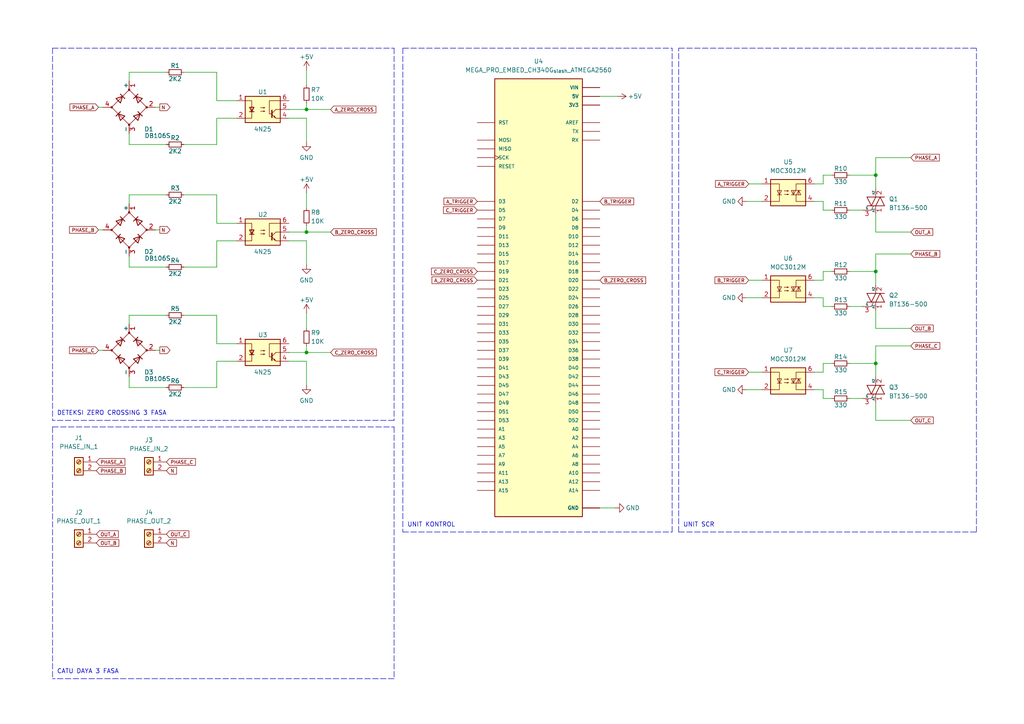
<source format=kicad_sch>
(kicad_sch (version 20211123) (generator eeschema)
  (paper "A4")
  (lib_symbols
    (symbol "Connector:Screw_Terminal_01x02" (pin_names (offset 1.016) hide)
      (property "Reference" "J" (at 0 2.54 0))
      (property "Value" "Screw_Terminal_01x02" (at 0 -5.08 0))
      (symbol "Screw_Terminal_01x02_1_1"
        (rectangle (start -1.27 1.27) (end 1.27 -3.81) (stroke (width 0.254)) (fill (type background)))
        (circle (center 0 -2.54) (radius 0.635) (stroke (width 0.1524)))
        (polyline (pts (xy -0.5334 -2.2098) (xy 0.3302 -3.048)) (stroke (width 0.1524)))
        (polyline (pts (xy -0.5334 0.3302) (xy 0.3302 -0.508)) (stroke (width 0.1524)))
        (polyline (pts (xy -0.3556 -2.032) (xy 0.508 -2.8702)) (stroke (width 0.1524)))
        (polyline (pts (xy -0.3556 0.508) (xy 0.508 -0.3302)) (stroke (width 0.1524)))
        (circle (center 0 0) (radius 0.635) (stroke (width 0.1524)))
        (pin passive line (at -5.08 0 0) (length 3.81) (name "Pin_1") (number "1"))
        (pin passive line (at -5.08 -2.54 0) (length 3.81) (name "Pin_2") (number "2"))
      )
    )
    (symbol "Device:D_Bridge_+A-A" (pin_names (offset 0))
      (property "Reference" "D" (at 2.54 6.985 0))
      (property "Value" "D_Bridge_+A-A" (at 2.54 5.08 0))
      (symbol "D_Bridge_+A-A_0_1"
        (circle (center -5.08 0) (radius 0.254) (fill (type outline)))
        (circle (center 0 -5.08) (radius 0.254) (fill (type outline)))
        (polyline (pts (xy -2.54 3.81) (xy -1.27 2.54)) (stroke (width 0.254)))
        (polyline (pts (xy -1.27 -2.54) (xy -2.54 -3.81)) (stroke (width 0.254)))
        (polyline (pts (xy 2.54 -1.27) (xy 3.81 -2.54)) (stroke (width 0.254)))
        (polyline (pts (xy 2.54 1.27) (xy 3.81 2.54)) (stroke (width 0.254)))
        (polyline (pts (xy -3.81 2.54) (xy -2.54 1.27) (xy -1.905 3.175) (xy -3.81 2.54)) (stroke (width 0.254)))
        (polyline (pts (xy -2.54 -1.27) (xy -3.81 -2.54) (xy -1.905 -3.175) (xy -2.54 -1.27)) (stroke (width 0.254)))
        (polyline (pts (xy 1.27 2.54) (xy 2.54 3.81) (xy 3.175 1.905) (xy 1.27 2.54)) (stroke (width 0.254)))
        (polyline (pts (xy 3.175 -1.905) (xy 1.27 -2.54) (xy 2.54 -3.81) (xy 3.175 -1.905)) (stroke (width 0.254)))
        (polyline (pts (xy -5.08 0) (xy 0 -5.08) (xy 5.08 0) (xy 0 5.08) (xy -5.08 0)))
        (circle (center 0 5.08) (radius 0.254) (fill (type outline)))
        (circle (center 5.08 0) (radius 0.254) (fill (type outline)))
      )
      (symbol "D_Bridge_+A-A_1_1"
        (pin passive line (at 7.62 0 180) (length 2.54) (name "+") (number "1"))
        (pin passive line (at 0 -7.62 90) (length 2.54) (name "~") (number "2"))
        (pin passive line (at -7.62 0 0) (length 2.54) (name "-") (number "3"))
        (pin passive line (at 0 7.62 270) (length 2.54) (name "~") (number "4"))
      )
    )
    (symbol "Device:R_Small" (pin_numbers hide) (pin_names (offset 0.254) hide)
      (property "Reference" "R" (at 0.762 0.508 0))
      (property "Value" "R_Small" (at 0.762 -1.016 0))
      (symbol "R_Small_0_1"
        (rectangle (start -0.762 1.778) (end 0.762 -1.778) (stroke (width 0.2032)))
      )
      (symbol "R_Small_1_1"
        (pin passive line (at 0 2.54 270) (length 0.762) (name "~") (number "1"))
        (pin passive line (at 0 -2.54 90) (length 0.762) (name "~") (number "2"))
      )
    )
    (symbol "Isolator:4N25" (pin_names (offset 1.016))
      (property "Reference" "U" (at -5.08 5.08 0))
      (property "Value" "4N25" (at 0 5.08 0))
      (symbol "4N25_0_1"
        (rectangle (start -5.08 3.81) (end 5.08 -3.81) (stroke (width 0.254)) (fill (type background)))
        (polyline (pts (xy -3.81 -0.635) (xy -2.54 -0.635)) (stroke (width 0.254)))
        (polyline (pts (xy 2.667 -1.397) (xy 3.81 -2.54)))
        (polyline (pts (xy 2.667 -1.143) (xy 3.81 0)))
        (polyline (pts (xy 3.81 -2.54) (xy 5.08 -2.54)))
        (polyline (pts (xy 3.81 0) (xy 5.08 0)))
        (polyline (pts (xy 2.667 -0.254) (xy 2.667 -2.286) (xy 2.667 -2.286)) (stroke (width 0.3556)))
        (polyline (pts (xy -5.08 -2.54) (xy -3.175 -2.54) (xy -3.175 2.54) (xy -5.08 2.54)))
        (polyline (pts (xy -3.175 -0.635) (xy -3.81 0.635) (xy -2.54 0.635) (xy -3.175 -0.635)) (stroke (width 0.254)))
        (polyline (pts (xy 3.683 -2.413) (xy 3.429 -1.905) (xy 3.175 -2.159) (xy 3.683 -2.413)))
        (polyline (pts (xy 5.08 2.54) (xy 1.905 2.54) (xy 1.905 -1.27) (xy 2.54 -1.27)))
        (polyline (pts (xy -0.635 -0.508) (xy 0.635 -0.508) (xy 0.254 -0.635) (xy 0.254 -0.381) (xy 0.635 -0.508)))
        (polyline (pts (xy -0.635 0.508) (xy 0.635 0.508) (xy 0.254 0.381) (xy 0.254 0.635) (xy 0.635 0.508)))
      )
      (symbol "4N25_1_1"
        (pin passive line (at -7.62 2.54 0) (length 2.54) (name "~") (number "1"))
        (pin passive line (at -7.62 -2.54 0) (length 2.54) (name "~") (number "2"))
        (pin no_connect line (at -5.08 0 0) (length 2.54) hide (name "NC") (number "3"))
        (pin passive line (at 7.62 -2.54 180) (length 2.54) (name "~") (number "4"))
        (pin passive line (at 7.62 0 180) (length 2.54) (name "~") (number "5"))
        (pin passive line (at 7.62 2.54 180) (length 2.54) (name "~") (number "6"))
      )
    )
    (symbol "MEGA_PRO_EMBED_CH340G___ATMEGA2560:MEGA_PRO_EMBED_CH340G_{slash}_ATMEGA2560" (pin_numbers hide) (pin_names (offset 1.016))
      (property "Reference" "U" (at -12.7 63.5 0))
      (property "Value" "MEGA_PRO_EMBED_CH340G_{slash}_ATMEGA2560" (at -12.7 -66.04 0))
      (symbol "MEGA_PRO_EMBED_CH340G_{slash}_ATMEGA2560_0_0"
        (rectangle (start -12.7 -63.5) (end 12.7 63.5) (stroke (width 0.254)) (fill (type background)))
        (pin power_in line (at 17.78 55.88 180) (length 5.08) (name "3V3") (number "3V3_1"))
        (pin power_in line (at 17.78 55.88 180) (length 5.08) (name "3V3") (number "3V3_2"))
        (pin power_in line (at 17.78 58.42 180) (length 5.08) (name "5V") (number "5V_1"))
        (pin power_in line (at 17.78 58.42 180) (length 5.08) (name "5V") (number "5V_2"))
        (pin power_in line (at 17.78 58.42 180) (length 5.08) (name "5V") (number "5V_3"))
        (pin bidirectional line (at 17.78 -38.1 180) (length 5.08) (name "A0") (number "A0"))
        (pin bidirectional line (at -17.78 -38.1 0) (length 5.08) (name "A1") (number "A1"))
        (pin bidirectional line (at 17.78 -50.8 180) (length 5.08) (name "A10") (number "A10"))
        (pin bidirectional line (at -17.78 -50.8 0) (length 5.08) (name "A11") (number "A11"))
        (pin bidirectional line (at 17.78 -53.34 180) (length 5.08) (name "A12") (number "A12"))
        (pin bidirectional line (at -17.78 -53.34 0) (length 5.08) (name "A13") (number "A13"))
        (pin bidirectional line (at 17.78 -55.88 180) (length 5.08) (name "A14") (number "A14"))
        (pin bidirectional line (at -17.78 -55.88 0) (length 5.08) (name "A15") (number "A15"))
        (pin bidirectional line (at 17.78 -40.64 180) (length 5.08) (name "A2") (number "A2"))
        (pin bidirectional line (at -17.78 -40.64 0) (length 5.08) (name "A3") (number "A3"))
        (pin bidirectional line (at 17.78 -43.18 180) (length 5.08) (name "A4") (number "A4"))
        (pin bidirectional line (at -17.78 -43.18 0) (length 5.08) (name "A5") (number "A5"))
        (pin bidirectional line (at 17.78 -45.72 180) (length 5.08) (name "A6") (number "A6"))
        (pin bidirectional line (at -17.78 -45.72 0) (length 5.08) (name "A7") (number "A7"))
        (pin bidirectional line (at 17.78 -48.26 180) (length 5.08) (name "A8") (number "A8"))
        (pin bidirectional line (at -17.78 -48.26 0) (length 5.08) (name "A9") (number "A9"))
        (pin bidirectional line (at 17.78 50.8 180) (length 5.08) (name "AREF") (number "AREF"))
        (pin bidirectional line (at 17.78 17.78 180) (length 5.08) (name "D10") (number "D10"))
        (pin bidirectional line (at -17.78 17.78 0) (length 5.08) (name "D11") (number "D11"))
        (pin bidirectional line (at 17.78 15.24 180) (length 5.08) (name "D12") (number "D12"))
        (pin bidirectional line (at -17.78 15.24 0) (length 5.08) (name "D13") (number "D13"))
        (pin bidirectional line (at 17.78 12.7 180) (length 5.08) (name "D14") (number "D14"))
        (pin bidirectional line (at -17.78 12.7 0) (length 5.08) (name "D15") (number "D15"))
        (pin bidirectional line (at 17.78 10.16 180) (length 5.08) (name "D16") (number "D16"))
        (pin bidirectional line (at -17.78 10.16 0) (length 5.08) (name "D17") (number "D17"))
        (pin bidirectional line (at 17.78 7.62 180) (length 5.08) (name "D18") (number "D18"))
        (pin bidirectional line (at -17.78 7.62 0) (length 5.08) (name "D19") (number "D19"))
        (pin bidirectional line (at 17.78 27.94 180) (length 5.08) (name "D2") (number "D2"))
        (pin bidirectional line (at 17.78 5.08 180) (length 5.08) (name "D20") (number "D20"))
        (pin bidirectional line (at -17.78 5.08 0) (length 5.08) (name "D21") (number "D21"))
        (pin bidirectional line (at 17.78 2.54 180) (length 5.08) (name "D22") (number "D22"))
        (pin bidirectional line (at -17.78 2.54 0) (length 5.08) (name "D23") (number "D23"))
        (pin bidirectional line (at 17.78 0 180) (length 5.08) (name "D24") (number "D24"))
        (pin bidirectional line (at -17.78 0 0) (length 5.08) (name "D25") (number "D25"))
        (pin bidirectional line (at 17.78 -2.54 180) (length 5.08) (name "D26") (number "D26"))
        (pin bidirectional line (at -17.78 -2.54 0) (length 5.08) (name "D27") (number "D27"))
        (pin bidirectional line (at 17.78 -5.08 180) (length 5.08) (name "D28") (number "D28"))
        (pin bidirectional line (at -17.78 -5.08 0) (length 5.08) (name "D29") (number "D29"))
        (pin bidirectional line (at -17.78 27.94 0) (length 5.08) (name "D3") (number "D3"))
        (pin bidirectional line (at 17.78 -7.62 180) (length 5.08) (name "D30") (number "D30"))
        (pin bidirectional line (at -17.78 -7.62 0) (length 5.08) (name "D31") (number "D31"))
        (pin bidirectional line (at 17.78 -10.16 180) (length 5.08) (name "D32") (number "D32"))
        (pin bidirectional line (at -17.78 -10.16 0) (length 5.08) (name "D33") (number "D33"))
        (pin bidirectional line (at 17.78 -12.7 180) (length 5.08) (name "D34") (number "D34"))
        (pin bidirectional line (at -17.78 -12.7 0) (length 5.08) (name "D35") (number "D35"))
        (pin bidirectional line (at 17.78 -15.24 180) (length 5.08) (name "D36") (number "D36"))
        (pin bidirectional line (at -17.78 -15.24 0) (length 5.08) (name "D37") (number "D37"))
        (pin bidirectional line (at 17.78 -17.78 180) (length 5.08) (name "D38") (number "D38"))
        (pin bidirectional line (at -17.78 -17.78 0) (length 5.08) (name "D39") (number "D39"))
        (pin bidirectional line (at 17.78 25.4 180) (length 5.08) (name "D4") (number "D4"))
        (pin bidirectional line (at 17.78 -20.32 180) (length 5.08) (name "D40") (number "D40"))
        (pin bidirectional line (at -17.78 -20.32 0) (length 5.08) (name "D41") (number "D41"))
        (pin bidirectional line (at 17.78 -22.86 180) (length 5.08) (name "D42") (number "D42"))
        (pin bidirectional line (at -17.78 -22.86 0) (length 5.08) (name "D43") (number "D43"))
        (pin bidirectional line (at 17.78 -25.4 180) (length 5.08) (name "D44") (number "D44"))
        (pin bidirectional line (at -17.78 -25.4 0) (length 5.08) (name "D45") (number "D45"))
        (pin bidirectional line (at 17.78 -27.94 180) (length 5.08) (name "D46") (number "D46"))
        (pin bidirectional line (at -17.78 -27.94 0) (length 5.08) (name "D47") (number "D47"))
        (pin bidirectional line (at 17.78 -30.48 180) (length 5.08) (name "D48") (number "D48"))
        (pin bidirectional line (at -17.78 -30.48 0) (length 5.08) (name "D49") (number "D49"))
        (pin bidirectional line (at -17.78 25.4 0) (length 5.08) (name "D5") (number "D5"))
        (pin bidirectional line (at 17.78 -33.02 180) (length 5.08) (name "D50") (number "D50"))
        (pin bidirectional line (at -17.78 -33.02 0) (length 5.08) (name "D51") (number "D51"))
        (pin bidirectional line (at 17.78 -35.56 180) (length 5.08) (name "D52") (number "D52"))
        (pin bidirectional line (at -17.78 -35.56 0) (length 5.08) (name "D53") (number "D53"))
        (pin bidirectional line (at 17.78 22.86 180) (length 5.08) (name "D6") (number "D6"))
        (pin bidirectional line (at -17.78 22.86 0) (length 5.08) (name "D7") (number "D7"))
        (pin bidirectional line (at 17.78 20.32 180) (length 5.08) (name "D8") (number "D8"))
        (pin bidirectional line (at -17.78 20.32 0) (length 5.08) (name "D9") (number "D9"))
        (pin power_in line (at 17.78 -60.96 180) (length 5.08) (name "GND") (number "GND_1"))
        (pin power_in line (at 17.78 -60.96 180) (length 5.08) (name "GND") (number "GND_2"))
        (pin power_in line (at 17.78 -60.96 180) (length 5.08) (name "GND") (number "GND_3"))
        (pin bidirectional line (at -17.78 43.18 0) (length 5.08) (name "MISO") (number "MISO"))
        (pin bidirectional line (at -17.78 45.72 0) (length 5.08) (name "MOSI") (number "MOSI"))
        (pin input line (at -17.78 38.1 0) (length 5.08) (name "RESET") (number "RESET"))
        (pin input line (at -17.78 50.8 0) (length 5.08) (name "RST") (number "RST"))
        (pin input line (at 17.78 45.72 180) (length 5.08) (name "RX") (number "RX"))
        (pin bidirectional clock (at -17.78 40.64 0) (length 5.08) (name "SCK") (number "SCK"))
        (pin output line (at 17.78 48.26 180) (length 5.08) (name "TX") (number "TX"))
        (pin output line (at 17.78 60.96 180) (length 5.08) (name "VIN") (number "VIN_1"))
        (pin output line (at 17.78 60.96 180) (length 5.08) (name "VIN") (number "VIN_2"))
      )
    )
    (symbol "Relay_SolidState:MOC3012M"
      (property "Reference" "U" (at -5.334 4.826 0))
      (property "Value" "MOC3012M" (at 0 5.08 0))
      (symbol "MOC3012M_0_1"
        (rectangle (start -5.08 3.81) (end 5.08 -3.81) (stroke (width 0.254)) (fill (type background)))
        (polyline (pts (xy -3.175 -0.635) (xy -1.905 -0.635)))
        (polyline (pts (xy 1.524 -0.635) (xy 1.524 0.635)))
        (polyline (pts (xy 3.048 0.635) (xy 3.048 -0.635)))
        (polyline (pts (xy 2.286 -0.635) (xy 2.286 -2.54) (xy 5.08 -2.54)))
        (polyline (pts (xy 2.286 0.635) (xy 2.286 2.54) (xy 5.08 2.54)))
        (polyline (pts (xy -5.08 2.54) (xy -2.54 2.54) (xy -2.54 -2.54) (xy -5.08 -2.54)))
        (polyline (pts (xy -2.54 -0.635) (xy -3.175 0.635) (xy -1.905 0.635) (xy -2.54 -0.635)))
        (polyline (pts (xy 0.889 -0.635) (xy 3.683 -0.635) (xy 3.048 0.635) (xy 2.413 -0.635)))
        (polyline (pts (xy 3.683 0.635) (xy 0.889 0.635) (xy 1.524 -0.635) (xy 2.159 0.635)))
        (polyline (pts (xy -1.143 -0.508) (xy 0.127 -0.508) (xy -0.254 -0.635) (xy -0.254 -0.381) (xy 0.127 -0.508)))
        (polyline (pts (xy -1.143 0.508) (xy 0.127 0.508) (xy -0.254 0.381) (xy -0.254 0.635) (xy 0.127 0.508)))
      )
      (symbol "MOC3012M_1_1"
        (pin passive line (at -7.62 2.54 0) (length 2.54) (name "~") (number "1"))
        (pin passive line (at -7.62 -2.54 0) (length 2.54) (name "~") (number "2"))
        (pin no_connect line (at -5.08 0 0) (length 2.54) hide (name "NC") (number "3"))
        (pin passive line (at 7.62 -2.54 180) (length 2.54) (name "~") (number "4"))
        (pin no_connect line (at 5.08 0 180) (length 2.54) hide (name "NC") (number "5"))
        (pin passive line (at 7.62 2.54 180) (length 2.54) (name "~") (number "6"))
      )
    )
    (symbol "Triac_Thyristor:BT136-500" (pin_names (offset 0))
      (property "Reference" "Q" (at 5.08 1.905 0))
      (property "Value" "BT136-500" (at 5.08 0 0))
      (symbol "BT136-500_0_1"
        (polyline (pts (xy -2.54 -1.27) (xy 2.54 -1.27)) (stroke (width 0.2032)))
        (polyline (pts (xy -2.54 1.27) (xy 2.54 1.27)) (stroke (width 0.2032)))
        (polyline (pts (xy -1.27 -2.54) (xy -0.635 -1.27)))
        (polyline (pts (xy -2.54 1.27) (xy -1.27 -1.27) (xy 0 1.27)) (stroke (width 0.2032)))
        (polyline (pts (xy 0 -1.27) (xy 1.27 1.27) (xy 2.54 -1.27)) (stroke (width 0.2032)))
      )
      (symbol "BT136-500_1_1"
        (pin passive line (at 0 -3.81 90) (length 2.54) (name "A1") (number "1"))
        (pin passive line (at 0 3.81 270) (length 2.54) (name "A2") (number "2"))
        (pin input line (at -3.81 -2.54 0) (length 2.54) (name "G") (number "3"))
      )
    )
    (symbol "power:+5V" (power) (pin_names (offset 0))
      (property "Value" "+5V" (at 0 3.556 0))
      (symbol "+5V_0_1"
        (polyline (pts (xy -0.762 1.27) (xy 0 2.54)))
        (polyline (pts (xy 0 0) (xy 0 2.54)))
        (polyline (pts (xy 0 2.54) (xy 0.762 1.27)))
      )
      (symbol "+5V_1_1"
        (pin power_in line (at 0 0 90) (length 0) hide (name "+5V") (number "1"))
      )
    )
    (symbol "power:GND" (power) (pin_names (offset 0))
      (property "Value" "GND" (at 0 -3.81 0))
      (symbol "GND_0_1"
        (polyline (pts (xy 0 0) (xy 0 -1.27) (xy 1.27 -1.27) (xy 0 -2.54) (xy -1.27 -1.27) (xy 0 -1.27)))
      )
      (symbol "GND_1_1"
        (pin power_in line (at 0 0 270) (length 0) hide (name "GND") (number "1"))
      )
    )
  )
  (junction (at 254 78.74))
  (junction (at 254 105.41))
  (junction (at 88.9 31.75))
  (junction (at 88.9 102.235))
  (junction (at 88.9 67.31))
  (junction (at 254 50.8))
  (wire (pts (xy 238.76 105.41) (xy 241.3 105.41)))
  (wire (pts (xy 246.38 115.57) (xy 250.19 115.57)))
  (wire (pts (xy 238.76 88.9) (xy 238.76 86.36)))
  (wire (pts (xy 62.865 91.44) (xy 62.865 99.695)))
  (wire (pts (xy 88.9 102.235) (xy 95.885 102.235)))
  (wire (pts (xy 37.465 77.47) (xy 48.26 77.47)))
  (wire (pts (xy 238.76 81.28) (xy 238.76 78.74)))
  (polyline (pts (xy 196.85 13.97) (xy 283.21 13.97)))
  (polyline (pts (xy 15.24 13.97) (xy 15.24 121.92)))
  (wire (pts (xy 216.535 86.36) (xy 220.98 86.36)))
  (wire (pts (xy 88.9 102.235) (xy 83.82 102.235)))
  (wire (pts (xy 217.17 53.34) (xy 220.98 53.34)))
  (wire (pts (xy 241.3 88.9) (xy 238.76 88.9)))
  (wire (pts (xy 254 45.72) (xy 254 50.8)))
  (wire (pts (xy 254 67.31) (xy 264.16 67.31)))
  (wire (pts (xy 88.9 90.805) (xy 88.9 95.25)))
  (wire (pts (xy 88.9 20.32) (xy 88.9 24.765)))
  (polyline (pts (xy 196.85 154.305) (xy 283.21 154.305)))
  (wire (pts (xy 37.465 38.735) (xy 37.465 41.91)))
  (wire (pts (xy 246.38 88.9) (xy 250.19 88.9)))
  (wire (pts (xy 88.9 100.33) (xy 88.9 102.235)))
  (polyline (pts (xy 283.21 154.305) (xy 283.21 13.97)))
  (wire (pts (xy 238.76 60.96) (xy 238.76 58.42)))
  (wire (pts (xy 264.16 73.66) (xy 254 73.66)))
  (wire (pts (xy 37.465 112.395) (xy 48.26 112.395)))
  (polyline (pts (xy 116.84 154.305) (xy 194.945 154.305)))
  (polyline (pts (xy 116.84 13.97) (xy 194.945 13.97)))
  (wire (pts (xy 88.9 65.405) (xy 88.9 67.31)))
  (wire (pts (xy 254 73.66) (xy 254 78.74)))
  (polyline (pts (xy 114.3 13.97) (xy 114.3 121.92)))
  (wire (pts (xy 238.76 53.34) (xy 238.76 50.8)))
  (polyline (pts (xy 114.3 123.825) (xy 114.3 196.85)))
  (wire (pts (xy 37.465 56.515) (xy 37.465 59.055)))
  (wire (pts (xy 62.865 99.695) (xy 68.58 99.695)))
  (wire (pts (xy 37.465 20.955) (xy 37.465 23.495)))
  (wire (pts (xy 53.34 77.47) (xy 62.865 77.47)))
  (wire (pts (xy 68.58 34.29) (xy 62.865 34.29)))
  (wire (pts (xy 62.865 64.77) (xy 68.58 64.77)))
  (wire (pts (xy 241.3 115.57) (xy 238.76 115.57)))
  (wire (pts (xy 238.76 86.36) (xy 236.22 86.36)))
  (polyline (pts (xy 194.945 154.305) (xy 194.945 13.97)))
  (wire (pts (xy 264.16 45.72) (xy 254 45.72)))
  (wire (pts (xy 37.465 20.955) (xy 48.26 20.955)))
  (wire (pts (xy 254 95.25) (xy 264.16 95.25)))
  (wire (pts (xy 37.465 109.22) (xy 37.465 112.395)))
  (wire (pts (xy 83.82 104.775) (xy 88.9 104.775)))
  (wire (pts (xy 238.76 50.8) (xy 241.3 50.8)))
  (polyline (pts (xy 15.24 123.825) (xy 114.3 123.825)))
  (wire (pts (xy 236.22 107.95) (xy 238.76 107.95)))
  (wire (pts (xy 236.22 53.34) (xy 238.76 53.34)))
  (wire (pts (xy 236.22 81.28) (xy 238.76 81.28)))
  (wire (pts (xy 37.465 74.295) (xy 37.465 77.47)))
  (wire (pts (xy 238.76 78.74) (xy 241.3 78.74)))
  (wire (pts (xy 216.535 58.42) (xy 220.98 58.42)))
  (wire (pts (xy 53.34 56.515) (xy 62.865 56.515)))
  (wire (pts (xy 173.99 147.32) (xy 178.435 147.32)))
  (wire (pts (xy 45.085 101.6) (xy 46.355 101.6)))
  (wire (pts (xy 45.085 66.675) (xy 46.355 66.675)))
  (wire (pts (xy 53.34 41.91) (xy 62.865 41.91)))
  (wire (pts (xy 88.9 31.75) (xy 95.885 31.75)))
  (wire (pts (xy 246.38 105.41) (xy 254 105.41)))
  (wire (pts (xy 68.58 69.85) (xy 62.865 69.85)))
  (wire (pts (xy 88.9 67.31) (xy 95.885 67.31)))
  (wire (pts (xy 37.465 91.44) (xy 37.465 93.98)))
  (polyline (pts (xy 114.3 196.85) (xy 15.24 196.85)))
  (wire (pts (xy 88.9 104.775) (xy 88.9 111.76)))
  (wire (pts (xy 246.38 50.8) (xy 254 50.8)))
  (wire (pts (xy 254 50.8) (xy 254 54.61)))
  (wire (pts (xy 254 90.17) (xy 254 95.25)))
  (wire (pts (xy 238.76 58.42) (xy 236.22 58.42)))
  (wire (pts (xy 88.9 31.75) (xy 83.82 31.75)))
  (wire (pts (xy 83.82 34.29) (xy 88.9 34.29)))
  (polyline (pts (xy 116.84 13.97) (xy 116.84 154.305)))
  (wire (pts (xy 62.865 56.515) (xy 62.865 64.77)))
  (wire (pts (xy 254 116.84) (xy 254 121.92)))
  (wire (pts (xy 217.17 81.28) (xy 220.98 81.28)))
  (wire (pts (xy 241.3 60.96) (xy 238.76 60.96)))
  (wire (pts (xy 37.465 41.91) (xy 48.26 41.91)))
  (wire (pts (xy 88.9 67.31) (xy 83.82 67.31)))
  (wire (pts (xy 62.865 104.775) (xy 62.865 112.395)))
  (wire (pts (xy 45.085 31.115) (xy 46.355 31.115)))
  (wire (pts (xy 83.82 69.85) (xy 88.9 69.85)))
  (wire (pts (xy 173.99 27.94) (xy 179.07 27.94)))
  (wire (pts (xy 28.575 31.115) (xy 29.845 31.115)))
  (wire (pts (xy 88.9 34.29) (xy 88.9 41.275)))
  (wire (pts (xy 254 105.41) (xy 254 109.22)))
  (wire (pts (xy 88.9 55.88) (xy 88.9 60.325)))
  (wire (pts (xy 254 78.74) (xy 254 82.55)))
  (wire (pts (xy 62.865 34.29) (xy 62.865 41.91)))
  (wire (pts (xy 62.865 20.955) (xy 62.865 29.21)))
  (wire (pts (xy 238.76 113.03) (xy 236.22 113.03)))
  (wire (pts (xy 37.465 56.515) (xy 48.26 56.515)))
  (wire (pts (xy 246.38 78.74) (xy 254 78.74)))
  (wire (pts (xy 88.9 29.845) (xy 88.9 31.75)))
  (wire (pts (xy 37.465 91.44) (xy 48.26 91.44)))
  (wire (pts (xy 53.34 20.955) (xy 62.865 20.955)))
  (wire (pts (xy 62.865 69.85) (xy 62.865 77.47)))
  (wire (pts (xy 254 62.23) (xy 254 67.31)))
  (polyline (pts (xy 196.85 154.305) (xy 196.85 13.97)))
  (wire (pts (xy 62.865 29.21) (xy 68.58 29.21)))
  (wire (pts (xy 88.9 69.85) (xy 88.9 76.835)))
  (wire (pts (xy 246.38 60.96) (xy 250.19 60.96)))
  (wire (pts (xy 254 121.92) (xy 264.16 121.92)))
  (polyline (pts (xy 114.3 121.92) (xy 15.24 121.92)))
  (wire (pts (xy 264.16 100.33) (xy 254 100.33)))
  (wire (pts (xy 254 100.33) (xy 254 105.41)))
  (wire (pts (xy 238.76 115.57) (xy 238.76 113.03)))
  (wire (pts (xy 216.535 113.03) (xy 220.98 113.03)))
  (wire (pts (xy 217.17 107.95) (xy 220.98 107.95)))
  (wire (pts (xy 53.34 91.44) (xy 62.865 91.44)))
  (wire (pts (xy 28.575 66.675) (xy 29.845 66.675)))
  (wire (pts (xy 53.34 112.395) (xy 62.865 112.395)))
  (wire (pts (xy 28.575 101.6) (xy 29.845 101.6)))
  (wire (pts (xy 238.76 107.95) (xy 238.76 105.41)))
  (polyline (pts (xy 15.24 123.825) (xy 15.24 196.85)))
  (polyline (pts (xy 15.24 13.97) (xy 114.3 13.97)))
  (wire (pts (xy 68.58 104.775) (xy 62.865 104.775)))
  (text "UNIT SCR" (at 198.12 153.035 0) (effects (font (size 1.27 1.27)) (justify left bottom)))
  (text "UNIT KONTROL" (at 118.11 153.035 0) (effects (font (size 1.27 1.27)) (justify left bottom)))
  (text "DETEKSI ZERO CROSSING 3 FASA" (at 16.51 120.65 0) (effects (font (size 1.27 1.27)) (justify left bottom)))
  (text "CATU DAYA 3 FASA" (at 16.51 195.58 0) (effects (font (size 1.27 1.27)) (justify left bottom)))
  (global_label "PHASE_C" (shape input) (at 48.26 133.985 0) (effects (font (size 1 1))) (property "Intersheet References" "${INTERSHEET_REFS}" (effects hide)))
  (global_label "OUT_C" (shape input) (at 48.26 154.94 0) (effects (font (size 1 1))) (property "Intersheet References" "${INTERSHEET_REFS}" (effects hide)))
  (global_label "A_TRIGGER" (shape input) (at 217.17 53.34 180) (effects (font (size 1 1))) (property "Intersheet References" "${INTERSHEET_REFS}" (effects hide)))
  (global_label "A_ZERO_CROSS" (shape input) (at 138.43 81.28 180) (effects (font (size 1 1))) (property "Intersheet References" "${INTERSHEET_REFS}" (effects hide)))
  (global_label "C_TRIGGER" (shape input) (at 217.17 107.95 180) (effects (font (size 1 1))) (property "Intersheet References" "${INTERSHEET_REFS}" (effects hide)))
  (global_label "B_ZERO_CROSS" (shape input) (at 173.99 81.28 0) (effects (font (size 1 1))) (property "Intersheet References" "${INTERSHEET_REFS}" (effects hide)))
  (global_label "OUT_A" (shape input) (at 27.94 154.94 0) (effects (font (size 1 1))) (property "Intersheet References" "${INTERSHEET_REFS}" (effects hide)))
  (global_label "C_ZERO_CROSS" (shape input) (at 95.885 102.235 0) (effects (font (size 1 1))) (property "Intersheet References" "${INTERSHEET_REFS}" (effects hide)))
  (global_label "A_TRIGGER" (shape input) (at 138.43 58.42 180) (effects (font (size 1 1))) (property "Intersheet References" "${INTERSHEET_REFS}" (effects hide)))
  (global_label "A_ZERO_CROSS" (shape input) (at 95.885 31.75 0) (effects (font (size 1 1))) (property "Intersheet References" "${INTERSHEET_REFS}" (effects hide)))
  (global_label "OUT_A" (shape input) (at 264.16 67.31 0) (effects (font (size 1 1))) (property "Intersheet References" "${INTERSHEET_REFS}" (effects hide)))
  (global_label "B_TRIGGER" (shape input) (at 217.17 81.28 180) (effects (font (size 1 1))) (property "Intersheet References" "${INTERSHEET_REFS}" (effects hide)))
  (global_label "PHASE_A" (shape input) (at 28.575 31.115 180) (effects (font (size 1 1))) (property "Intersheet References" "${INTERSHEET_REFS}" (effects hide)))
  (global_label "C_TRIGGER" (shape input) (at 138.43 60.96 180) (effects (font (size 1 1))) (property "Intersheet References" "${INTERSHEET_REFS}" (effects hide)))
  (global_label "B_TRIGGER" (shape input) (at 173.99 58.42 0) (effects (font (size 1 1))) (property "Intersheet References" "${INTERSHEET_REFS}" (effects hide)))
  (global_label "PHASE_C" (shape input) (at 28.575 101.6 180) (effects (font (size 1 1))) (property "Intersheet References" "${INTERSHEET_REFS}" (effects hide)))
  (global_label "N" (shape input) (at 48.26 157.48 0) (effects (font (size 1 1))) (property "Intersheet References" "${INTERSHEET_REFS}" (effects hide)))
  (global_label "N" (shape input) (at 48.26 136.525 0) (effects (font (size 1 1))) (property "Intersheet References" "${INTERSHEET_REFS}" (effects hide)))
  (global_label "PHASE_B" (shape input) (at 264.16 73.66 0) (effects (font (size 1 1))) (property "Intersheet References" "${INTERSHEET_REFS}" (effects hide)))
  (global_label "PHASE_B" (shape input) (at 27.94 136.525 0) (effects (font (size 1 1))) (property "Intersheet References" "${INTERSHEET_REFS}" (effects hide)))
  (global_label "N" (shape output) (at 46.355 66.675 0) (effects (font (size 1 1))) (property "Intersheet References" "${INTERSHEET_REFS}" (effects hide)))
  (global_label "PHASE_A" (shape input) (at 264.16 45.72 0) (effects (font (size 1 1))) (property "Intersheet References" "${INTERSHEET_REFS}" (effects hide)))
  (global_label "PHASE_C" (shape input) (at 264.16 100.33 0) (effects (font (size 1 1))) (property "Intersheet References" "${INTERSHEET_REFS}" (effects hide)))
  (global_label "PHASE_A" (shape input) (at 27.94 133.985 0) (effects (font (size 1 1))) (property "Intersheet References" "${INTERSHEET_REFS}" (effects hide)))
  (global_label "N" (shape output) (at 46.355 101.6 0) (effects (font (size 1 1))) (property "Intersheet References" "${INTERSHEET_REFS}" (effects hide)))
  (global_label "PHASE_B" (shape input) (at 28.575 66.675 180) (effects (font (size 1 1))) (property "Intersheet References" "${INTERSHEET_REFS}" (effects hide)))
  (global_label "B_ZERO_CROSS" (shape input) (at 95.885 67.31 0) (effects (font (size 1 1))) (property "Intersheet References" "${INTERSHEET_REFS}" (effects hide)))
  (global_label "C_ZERO_CROSS" (shape input) (at 138.43 78.74 180) (effects (font (size 1 1))) (property "Intersheet References" "${INTERSHEET_REFS}" (effects hide)))
  (global_label "OUT_B" (shape input) (at 264.16 95.25 0) (effects (font (size 1 1))) (property "Intersheet References" "${INTERSHEET_REFS}" (effects hide)))
  (global_label "OUT_B" (shape input) (at 27.94 157.48 0) (effects (font (size 1 1))) (property "Intersheet References" "${INTERSHEET_REFS}" (effects hide)))
  (global_label "N" (shape output) (at 46.355 31.115 0) (effects (font (size 1 1))) (property "Intersheet References" "${INTERSHEET_REFS}" (effects hide)))
  (global_label "OUT_C" (shape input) (at 264.16 121.92 0) (effects (font (size 1 1))) (property "Intersheet References" "${INTERSHEET_REFS}" (effects hide)))
  (symbol (lib_id "Relay_SolidState:MOC3012M") (at 228.6 55.88 0) (unit 1)
    (property "Reference" "U5" (at 228.6 46.99 0))
    (property "Value" "MOC3012M" (at 228.6 49.53 0))
    (property "Footprint" "Package_DIP:DIP-6_W8.89mm_SMDSocket_LongPads" (effects hide))
    (property "Datasheet" "https://www.onsemi.com/pub/Collateral/MOC3023M-D.PDF" (effects hide))
  )
  (symbol (lib_id "Device:D_Bridge_+A-A") (at 37.465 66.675 90) (unit 1)
    (property "Reference" "D2" (at 43.18 73.025 90))
    (property "Value" "DB106S" (at 45.72 74.93 90))
    (property "Footprint" "Diode_SMD:Diode_Bridge_OnSemi_SDIP-4L" (effects hide))
  )
  (symbol (lib_id "Isolator:4N25") (at 76.2 31.75 0) (unit 1)
    (property "Reference" "U1" (at 76.2 26.67 0))
    (property "Value" "4N25" (at 76.2 37.465 0))
    (property "Footprint" "Package_DIP:DIP-6_W8.89mm_SMDSocket_LongPads" (effects hide))
    (property "Datasheet" "https://www.vishay.com/docs/83725/4n25.pdf" (effects hide))
  )
  (symbol (lib_id "Triac_Thyristor:BT136-500") (at 254 86.36 0) (unit 1)
    (property "Reference" "Q2" (at 257.81 85.6741 0) (effects (justify left)))
    (property "Value" "BT136-500" (at 257.81 88.2141 0) (effects (justify left)))
    (property "Footprint" "Package_TO_SOT_THT:TO-220-3_Vertical" (effects hide))
    (property "Datasheet" "http://www.micropik.com/PDF/BT136-600.pdf" (effects hide))
  )
  (symbol (lib_id "power:+5V") (at 88.9 20.32 0) (unit 1)
    (property "Reference" "#PWR0104" (effects hide))
    (property "Value" "+5V" (at 88.9 16.51 0))
  )
  (symbol (lib_id "Device:D_Bridge_+A-A") (at 37.465 101.6 90) (unit 1)
    (property "Reference" "D3" (at 43.18 107.95 90))
    (property "Value" "DB106S" (at 45.72 109.855 90))
    (property "Footprint" "Diode_SMD:Diode_Bridge_OnSemi_SDIP-4L" (effects hide))
  )
  (symbol (lib_id "Relay_SolidState:MOC3012M") (at 228.6 110.49 0) (unit 1)
    (property "Reference" "U7" (at 228.6 101.6 0))
    (property "Value" "MOC3012M" (at 228.6 104.14 0))
    (property "Footprint" "Package_DIP:DIP-6_W8.89mm_SMDSocket_LongPads" (effects hide))
    (property "Datasheet" "https://www.onsemi.com/pub/Collateral/MOC3023M-D.PDF" (effects hide))
  )
  (symbol (lib_id "power:GND") (at 216.535 58.42 270) (unit 1)
    (property "Reference" "#PWR0109" (effects hide))
    (property "Value" "GND" (at 211.455 58.42 90))
  )
  (symbol (lib_id "power:GND") (at 88.9 76.835 0) (unit 1)
    (property "Reference" "#PWR0103" (effects hide))
    (property "Value" "GND" (at 88.9 81.28 0))
  )
  (symbol (lib_id "Device:R_Small") (at 50.8 20.955 90) (unit 1)
    (property "Reference" "R1" (at 50.8 19.05 90))
    (property "Value" "2K2" (at 50.8 22.86 90))
    (property "Footprint" "Resistor_SMD:R_1206_3216Metric_Pad1.30x1.75mm_HandSolder" (effects hide))
  )
  (symbol (lib_id "Device:R_Small") (at 243.84 50.8 90) (unit 1)
    (property "Reference" "R10" (at 243.84 48.895 90))
    (property "Value" "330" (at 243.84 52.705 90))
    (property "Footprint" "Resistor_SMD:R_1206_3216Metric_Pad1.30x1.75mm_HandSolder" (effects hide))
  )
  (symbol (lib_id "Device:R_Small") (at 50.8 77.47 90) (unit 1)
    (property "Reference" "R4" (at 50.8 75.565 90))
    (property "Value" "2K2" (at 50.8 79.375 90))
    (property "Footprint" "Resistor_SMD:R_1206_3216Metric_Pad1.30x1.75mm_HandSolder" (effects hide))
  )
  (symbol (lib_id "Isolator:4N25") (at 76.2 102.235 0) (unit 1)
    (property "Reference" "U3" (at 76.2 97.155 0))
    (property "Value" "4N25" (at 76.2 107.95 0))
    (property "Footprint" "Package_DIP:DIP-6_W8.89mm_SMDSocket_LongPads" (effects hide))
    (property "Datasheet" "https://www.vishay.com/docs/83725/4n25.pdf" (effects hide))
  )
  (symbol (lib_id "Connector:Screw_Terminal_01x02") (at 43.18 133.985 0) (mirror y) (unit 1)
    (property "Reference" "J3" (at 43.18 127.635 0))
    (property "Value" "PHASE_IN_2" (at 43.18 130.175 0))
    (property "Footprint" "TerminalBlock:TerminalBlock_bornier-2_P5.08mm" (effects hide))
  )
  (symbol (lib_id "Device:R_Small") (at 243.84 115.57 90) (unit 1)
    (property "Reference" "R15" (at 243.84 113.665 90))
    (property "Value" "330" (at 243.84 117.475 90))
    (property "Footprint" "Resistor_SMD:R_1206_3216Metric_Pad1.30x1.75mm_HandSolder" (effects hide))
  )
  (symbol (lib_id "power:+5V") (at 179.07 27.94 270) (unit 1)
    (property "Reference" "#PWR0108" (effects hide))
    (property "Value" "+5V" (at 184.15 27.94 90))
  )
  (symbol (lib_id "power:GND") (at 178.435 147.32 90) (unit 1)
    (property "Reference" "#PWR0107" (effects hide))
    (property "Value" "GND" (at 183.515 147.32 90))
  )
  (symbol (lib_id "Device:R_Small") (at 243.84 105.41 90) (unit 1)
    (property "Reference" "R14" (at 243.84 103.505 90))
    (property "Value" "330" (at 243.84 107.315 90))
    (property "Footprint" "Resistor_SMD:R_1206_3216Metric_Pad1.30x1.75mm_HandSolder" (effects hide))
  )
  (symbol (lib_id "Relay_SolidState:MOC3012M") (at 228.6 83.82 0) (unit 1)
    (property "Reference" "U6" (at 228.6 74.93 0))
    (property "Value" "MOC3012M" (at 228.6 77.47 0))
    (property "Footprint" "Package_DIP:DIP-6_W8.89mm_SMDSocket_LongPads" (effects hide))
    (property "Datasheet" "https://www.onsemi.com/pub/Collateral/MOC3023M-D.PDF" (effects hide))
  )
  (symbol (lib_id "Device:R_Small") (at 243.84 88.9 90) (unit 1)
    (property "Reference" "R13" (at 243.84 86.995 90))
    (property "Value" "330" (at 243.84 90.805 90))
    (property "Footprint" "Resistor_SMD:R_1206_3216Metric_Pad1.30x1.75mm_HandSolder" (effects hide))
  )
  (symbol (lib_id "Device:D_Bridge_+A-A") (at 37.465 31.115 90) (unit 1)
    (property "Reference" "D1" (at 43.18 37.465 90))
    (property "Value" "DB106S" (at 45.72 39.37 90))
    (property "Footprint" "Diode_SMD:Diode_Bridge_OnSemi_SDIP-4L" (effects hide))
  )
  (symbol (lib_id "Device:R_Small") (at 88.9 62.865 0) (unit 1)
    (property "Reference" "R8" (at 90.17 61.595 0) (effects (justify left)))
    (property "Value" "10K" (at 90.17 64.135 0) (effects (justify left)))
    (property "Footprint" "Resistor_SMD:R_1206_3216Metric_Pad1.30x1.75mm_HandSolder" (effects hide))
  )
  (symbol (lib_id "power:GND") (at 216.535 113.03 270) (unit 1)
    (property "Reference" "#PWR0111" (effects hide))
    (property "Value" "GND" (at 211.455 113.03 90))
  )
  (symbol (lib_id "Triac_Thyristor:BT136-500") (at 254 58.42 0) (unit 1)
    (property "Reference" "Q1" (at 257.81 57.7341 0) (effects (justify left)))
    (property "Value" "BT136-500" (at 257.81 60.2741 0) (effects (justify left)))
    (property "Footprint" "Package_TO_SOT_THT:TO-220-3_Vertical" (effects hide))
    (property "Datasheet" "http://www.micropik.com/PDF/BT136-600.pdf" (effects hide))
  )
  (symbol (lib_id "Device:R_Small") (at 243.84 78.74 90) (unit 1)
    (property "Reference" "R12" (at 243.84 76.835 90))
    (property "Value" "330" (at 243.84 80.645 90))
    (property "Footprint" "Resistor_SMD:R_1206_3216Metric_Pad1.30x1.75mm_HandSolder" (effects hide))
  )
  (symbol (lib_id "Device:R_Small") (at 243.84 60.96 90) (unit 1)
    (property "Reference" "R11" (at 243.84 59.055 90))
    (property "Value" "330" (at 243.84 62.865 90))
    (property "Footprint" "Resistor_SMD:R_1206_3216Metric_Pad1.30x1.75mm_HandSolder" (effects hide))
  )
  (symbol (lib_id "power:GND") (at 88.9 41.275 0) (unit 1)
    (property "Reference" "#PWR0105" (effects hide))
    (property "Value" "GND" (at 88.9 45.72 0))
  )
  (symbol (lib_id "Device:R_Small") (at 88.9 97.79 0) (unit 1)
    (property "Reference" "R9" (at 90.17 96.52 0) (effects (justify left)))
    (property "Value" "10K" (at 90.17 99.06 0) (effects (justify left)))
    (property "Footprint" "Resistor_SMD:R_1206_3216Metric_Pad1.30x1.75mm_HandSolder" (effects hide))
  )
  (symbol (lib_id "Device:R_Small") (at 50.8 91.44 90) (unit 1)
    (property "Reference" "R5" (at 50.8 89.535 90))
    (property "Value" "2K2" (at 50.8 93.345 90))
    (property "Footprint" "Resistor_SMD:R_1206_3216Metric_Pad1.30x1.75mm_HandSolder" (effects hide))
  )
  (symbol (lib_id "power:+5V") (at 88.9 90.805 0) (unit 1)
    (property "Reference" "#PWR0102" (effects hide))
    (property "Value" "+5V" (at 88.9 86.995 0))
  )
  (symbol (lib_id "Device:R_Small") (at 88.9 27.305 0) (unit 1)
    (property "Reference" "R7" (at 90.17 26.035 0) (effects (justify left)))
    (property "Value" "10K" (at 90.17 28.575 0) (effects (justify left)))
    (property "Footprint" "Resistor_SMD:R_1206_3216Metric_Pad1.30x1.75mm_HandSolder" (effects hide))
  )
  (symbol (lib_id "Device:R_Small") (at 50.8 41.91 90) (unit 1)
    (property "Reference" "R2" (at 50.8 40.005 90))
    (property "Value" "2K2" (at 50.8 43.815 90))
    (property "Footprint" "Resistor_SMD:R_1206_3216Metric_Pad1.30x1.75mm_HandSolder" (effects hide))
  )
  (symbol (lib_id "power:GND") (at 216.535 86.36 270) (unit 1)
    (property "Reference" "#PWR0110" (effects hide))
    (property "Value" "GND" (at 211.455 86.36 90))
  )
  (symbol (lib_id "Device:R_Small") (at 50.8 112.395 90) (unit 1)
    (property "Reference" "R6" (at 50.8 110.49 90))
    (property "Value" "2K2" (at 50.8 114.3 90))
    (property "Footprint" "Resistor_SMD:R_1206_3216Metric_Pad1.30x1.75mm_HandSolder" (effects hide))
  )
  (symbol (lib_id "Triac_Thyristor:BT136-500") (at 254 113.03 0) (unit 1)
    (property "Reference" "Q3" (at 257.81 112.3441 0) (effects (justify left)))
    (property "Value" "BT136-500" (at 257.81 114.8841 0) (effects (justify left)))
    (property "Footprint" "Package_TO_SOT_THT:TO-220-3_Vertical" (effects hide))
    (property "Datasheet" "http://www.micropik.com/PDF/BT136-600.pdf" (effects hide))
  )
  (symbol (lib_id "Isolator:4N25") (at 76.2 67.31 0) (unit 1)
    (property "Reference" "U2" (at 76.2 62.23 0))
    (property "Value" "4N25" (at 76.2 73.025 0))
    (property "Footprint" "Package_DIP:DIP-6_W8.89mm_SMDSocket_LongPads" (effects hide))
    (property "Datasheet" "https://www.vishay.com/docs/83725/4n25.pdf" (effects hide))
  )
  (symbol (lib_id "Connector:Screw_Terminal_01x02") (at 43.18 154.94 0) (mirror y) (unit 1)
    (property "Reference" "J4" (at 43.18 148.59 0))
    (property "Value" "PHASE_OUT_2" (at 43.18 151.13 0))
    (property "Footprint" "TerminalBlock:TerminalBlock_bornier-2_P5.08mm" (effects hide))
  )
  (symbol (lib_id "MEGA_PRO_EMBED_CH340G___ATMEGA2560:MEGA_PRO_EMBED_CH340G_{slash}_ATMEGA2560") (at 156.21 86.36 0) (unit 1)
    (property "Reference" "U4" (at 156.21 17.78 0))
    (property "Value" "MEGA_PRO_EMBED_CH340G_{slash}_ATMEGA2560" (at 156.21 20.32 0))
    (property "Footprint" "MEGA_PRO_EMBED_CH340G___ATMEGA2560:MODULE_MEGA_PRO_EMBED_CH340G___ATMEGA2560" (effects hide))
    (property "PARTREV" "12/May/2017" (effects hide))
    (property "MANUFACTURER" "Robotdyn" (effects hide))
    (property "STANDARD" "Manufacturer Recommendations" (effects hide))
  )
  (symbol (lib_id "Connector:Screw_Terminal_01x02") (at 22.86 154.94 0) (mirror y) (unit 1)
    (property "Reference" "J2" (at 22.86 148.59 0))
    (property "Value" "PHASE_OUT_1" (at 22.86 151.13 0))
    (property "Footprint" "TerminalBlock:TerminalBlock_bornier-2_P5.08mm" (effects hide))
  )
  (symbol (lib_id "Connector:Screw_Terminal_01x02") (at 22.86 133.985 0) (mirror y) (unit 1)
    (property "Reference" "J1" (at 22.86 127 0))
    (property "Value" "PHASE_IN_1" (at 22.86 129.54 0))
    (property "Footprint" "TerminalBlock:TerminalBlock_bornier-2_P5.08mm" (effects hide))
  )
  (symbol (lib_id "power:GND") (at 88.9 111.76 0) (unit 1)
    (property "Reference" "#PWR0101" (effects hide))
    (property "Value" "GND" (at 88.9 116.205 0))
  )
  (symbol (lib_id "power:+5V") (at 88.9 55.88 0) (unit 1)
    (property "Reference" "#PWR0106" (effects hide))
    (property "Value" "+5V" (at 88.9 52.07 0))
  )
  (symbol (lib_id "Device:R_Small") (at 50.8 56.515 90) (unit 1)
    (property "Reference" "R3" (at 50.8 54.61 90))
    (property "Value" "2K2" (at 50.8 58.42 90))
    (property "Footprint" "Resistor_SMD:R_1206_3216Metric_Pad1.30x1.75mm_HandSolder" (effects hide))
  )
)
</source>
